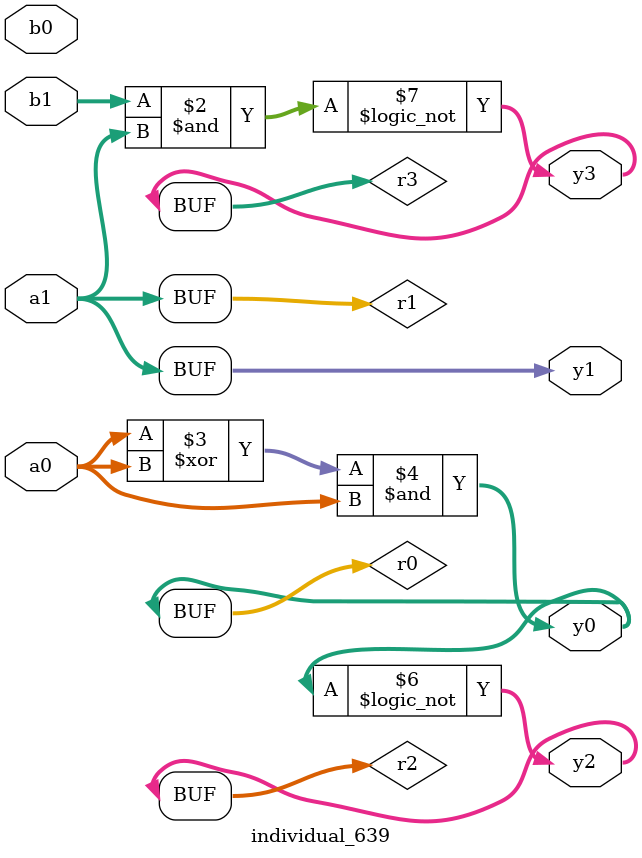
<source format=sv>
module individual_639(input logic [15:0] a1, input logic [15:0] a0, input logic [15:0] b1, input logic [15:0] b0, output logic [15:0] y3, output logic [15:0] y2, output logic [15:0] y1, output logic [15:0] y0);
logic [15:0] r0, r1, r2, r3; 
 always@(*) begin 
	 r0 = a0; r1 = a1; r2 = b0; r3 = b1; 
 	 r3  &=  r1 ;
 	 r0  ^=  r0 ;
 	 r0  &=  a0 ;
 	 r2 = ! b0 ;
 	 r2 = ! r0 ;
 	 r3 = ! r3 ;
 	 y3 = r3; y2 = r2; y1 = r1; y0 = r0; 
end
endmodule
</source>
